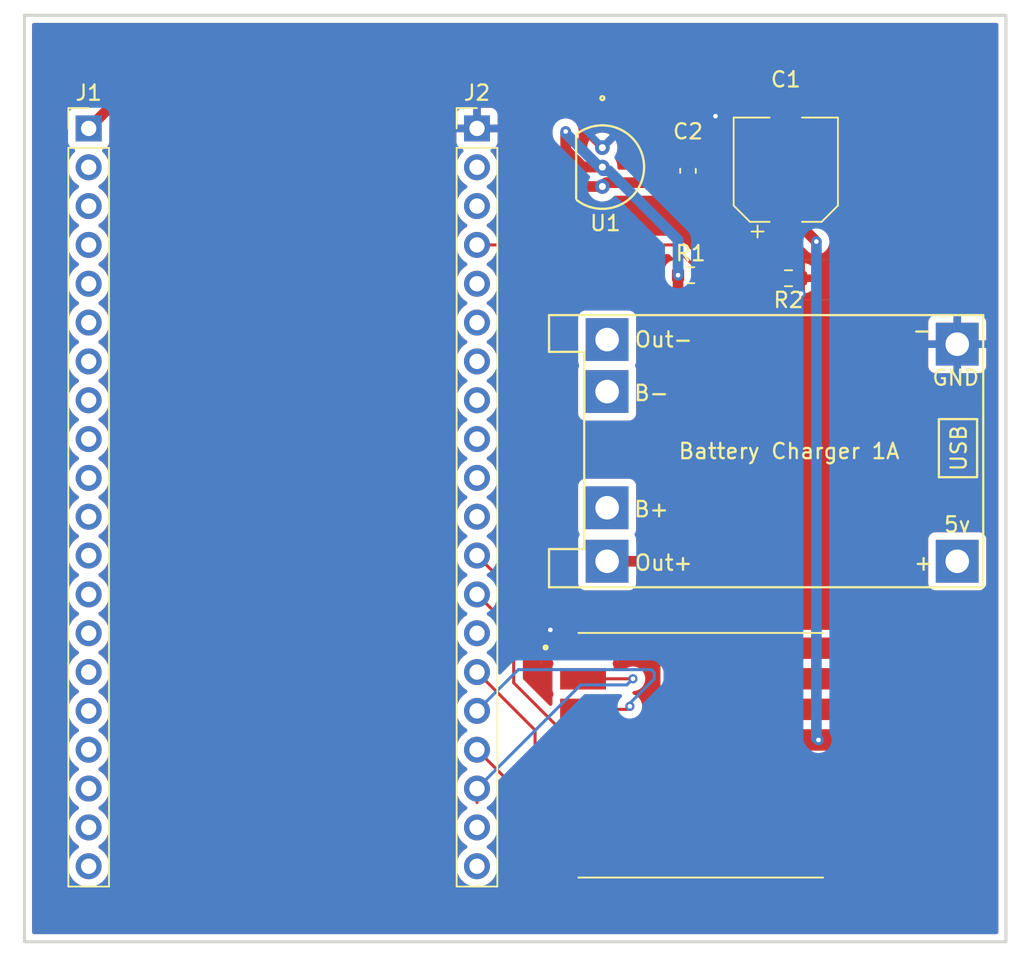
<source format=kicad_pcb>
(kicad_pcb (version 20240108) (generator "pcbnew") (generator_version "8.0")
  (layers (0 "F.Cu" signal) (31 "B.Cu" signal) (34 "B.Paste" user) (35 "F.Paste" user) (36 "B.SilkS" user "B.Silkscreen") (37 "F.SilkS" user "F.Silkscreen") (38 "B.Mask" user) (39 "F.Mask" user) (44 "Edge.Cuts" user))
  (net 0 "")
  (net 1 "/3V3")
  (net 2 "/GND")
  (net 3 "/GPIO7")
  (net 4 "/GPIO14")
  (net 5 "/GPIO18")
  (net 6 "/GPIO4")
  (net 7 "/GPIO9")
  (net 8 "/GPIO17")
  (net 9 "/GPIO11")
  (net 10 "/GPIO5")
  (net 11 "/RST")
  (net 12 "/GPIO6")
  (net 13 "/GPIO8")
  (net 14 "/GPIO13")
  (net 15 "/GPIO3")
  (net 16 "/GPIO46")
  (net 17 "/GPIO12")
  (net 18 "/GPIO10")
  (net 19 "/GPIO15")
  (net 20 "/GPIO16")
  (net 21 "/5V")
  (net 22 "/GPIO48")
  (net 23 "/GPIO35")
  (net 24 "/GPIO37")
  (net 25 "/GPIO36")
  (net 26 "/GPIO47")
  (net 27 "/GPIO44")
  (net 28 "/GPIO19")
  (net 29 "/GPIO2")
  (net 30 "/GPIO38")
  (net 31 "/GPIO42")
  (net 32 "/GPIO20")
  (net 33 "/GPIO40")
  (net 34 "/GPIO45")
  (net 35 "/GPIO1")
  (net 36 "/GPIO21")
  (net 37 "/GPIO41")
  (net 38 "/GPIO0")
  (net 39 "/GPIO39")
  (net 40 "/GPIO43")
  (net 41 "/OUT+")
  (footprint "Capacitor_SMD:CP_Elec_6.3x5.7" (layer "F.Cu") (at 121.8 78.9 90)
    (property "Reference" "C1" (at 5.9 0 180) (layer "F.SilkS"))
    (property "Value" "100u")
    (fp_line (start 3.41 -3.41) (end 3.41 -1.06) (stroke (width 0.12)) (layer "F.SilkS"))
    (fp_line (start -2.345563 -3.41) (end 3.41 -3.41) (stroke (width 0.12)) (layer "F.SilkS"))
    (fp_line (start -3.41 -2.345563) (end -2.345563 -3.41) (stroke (width 0.12)) (layer "F.SilkS"))
    (fp_line (start -3.41 -2.345563) (end -3.41 -1.06) (stroke (width 0.12)) (layer "F.SilkS"))
    (fp_line (start -4.04375 -2.24125) (end -4.04375 -1.45375) (stroke (width 0.12)) (layer "F.SilkS"))
    (fp_line (start -4.4375 -1.8475) (end -3.65 -1.8475) (stroke (width 0.12)) (layer "F.SilkS"))
    (fp_line (start -3.41 2.345563) (end -3.41 1.06) (stroke (width 0.12)) (layer "F.SilkS"))
    (fp_line (start -3.41 2.345563) (end -2.345563 3.41) (stroke (width 0.12)) (layer "F.SilkS"))
    (fp_line (start 3.41 3.41) (end 3.41 1.06) (stroke (width 0.12)) (layer "F.SilkS"))
    (fp_line (start -2.345563 3.41) (end 3.41 3.41) (stroke (width 0.12)) (layer "F.SilkS"))
    (pad "1" smd roundrect (at -2.7 0 90) (size 3.5 1.6) (layers "F.Cu" "F.Paste" "F.Mask") (roundrect_rratio 0.15625) (net 1 "/3V3"))
    (pad "2" smd roundrect (at 2.7 0 90) (size 3.5 1.6) (layers "F.Cu" "F.Paste" "F.Mask") (roundrect_rratio 0.15625) (net 2 "/GND"))
  )
  (footprint "Connector_PinHeader_2.54mm:PinHeader_1x20_P2.54mm_Vertical" (layer "F.Cu") (at 76.2 76.2)
    (property "Reference" "J1" (at 0 -2.33 0) (layer "F.SilkS"))
    (property "Value" "Conn_01x20_Socket" (hide yes))
    (fp_line (start -1.33 -1.33) (end 0 -1.33) (stroke (width 0.12)) (layer "F.SilkS"))
    (fp_line (start -1.33 0) (end -1.33 -1.33) (stroke (width 0.12)) (layer "F.SilkS"))
    (fp_line (start -1.33 1.27) (end -1.33 49.59) (stroke (width 0.12)) (layer "F.SilkS"))
    (fp_line (start -1.33 1.27) (end 1.33 1.27) (stroke (width 0.12)) (layer "F.SilkS"))
    (fp_line (start -1.33 49.59) (end 1.33 49.59) (stroke (width 0.12)) (layer "F.SilkS"))
    (fp_line (start 1.33 1.27) (end 1.33 49.59) (stroke (width 0.12)) (layer "F.SilkS"))
    (pad "1" thru_hole rect (at 0 0) (size 1.7 1.7) (drill 1) (layers "*.Cu" "*.Mask") (net 1 "/3V3"))
    (pad "2" thru_hole oval (at 0 2.54) (size 1.7 1.7) (drill 1) (layers "*.Cu" "*.Mask") (net 11 "/RST"))
    (pad "3" thru_hole oval (at 0 5.08) (size 1.7 1.7) (drill 1) (layers "*.Cu" "*.Mask") (net 6 "/GPIO4"))
    (pad "4" thru_hole oval (at 0 7.62) (size 1.7 1.7) (drill 1) (layers "*.Cu" "*.Mask") (net 10 "/GPIO5"))
    (pad "5" thru_hole oval (at 0 10.16) (size 1.7 1.7) (drill 1) (layers "*.Cu" "*.Mask") (net 12 "/GPIO6"))
    (pad "6" thru_hole oval (at 0 12.7) (size 1.7 1.7) (drill 1) (layers "*.Cu" "*.Mask") (net 3 "/GPIO7"))
    (pad "7" thru_hole oval (at 0 15.24) (size 1.7 1.7) (drill 1) (layers "*.Cu" "*.Mask") (net 19 "/GPIO15"))
    (pad "8" thru_hole oval (at 0 17.78) (size 1.7 1.7) (drill 1) (layers "*.Cu" "*.Mask") (net 20 "/GPIO16"))
    (pad "9" thru_hole oval (at 0 20.32) (size 1.7 1.7) (drill 1) (layers "*.Cu" "*.Mask") (net 8 "/GPIO17"))
    (pad "10" thru_hole oval (at 0 22.86) (size 1.7 1.7) (drill 1) (layers "*.Cu" "*.Mask") (net 5 "/GPIO18"))
    (pad "11" thru_hole oval (at 0 25.4) (size 1.7 1.7) (drill 1) (layers "*.Cu" "*.Mask") (net 13 "/GPIO8"))
    (pad "12" thru_hole oval (at 0 27.94) (size 1.7 1.7) (drill 1) (layers "*.Cu" "*.Mask") (net 15 "/GPIO3"))
    (pad "13" thru_hole oval (at 0 30.48) (size 1.7 1.7) (drill 1) (layers "*.Cu" "*.Mask") (net 16 "/GPIO46"))
    (pad "14" thru_hole oval (at 0 33.02) (size 1.7 1.7) (drill 1) (layers "*.Cu" "*.Mask") (net 7 "/GPIO9"))
    (pad "15" thru_hole oval (at 0 35.56) (size 1.7 1.7) (drill 1) (layers "*.Cu" "*.Mask") (net 18 "/GPIO10"))
    (pad "16" thru_hole oval (at 0 38.1) (size 1.7 1.7) (drill 1) (layers "*.Cu" "*.Mask") (net 9 "/GPIO11"))
    (pad "17" thru_hole oval (at 0 40.64) (size 1.7 1.7) (drill 1) (layers "*.Cu" "*.Mask") (net 17 "/GPIO12"))
    (pad "18" thru_hole oval (at 0 43.18) (size 1.7 1.7) (drill 1) (layers "*.Cu" "*.Mask") (net 14 "/GPIO13"))
    (pad "19" thru_hole oval (at 0 45.72) (size 1.7 1.7) (drill 1) (layers "*.Cu" "*.Mask") (net 4 "/GPIO14"))
    (pad "20" thru_hole oval (at 0 48.26) (size 1.7 1.7) (drill 1) (layers "*.Cu" "*.Mask") (net 21 "/5V"))
  )
  (footprint "RFM95W_915S2-2:XCVR_RFM95W-915S2" (layer "F.Cu") (at 116.2375 117.2)
    (property "Reference" "U2" (hide yes))
    (property "Value" "RFM95W-915S2")
    (fp_line (start -8 -8) (end 8 -8) (stroke (width 0.127)) (layer "F.SilkS"))
    (fp_line (start -8 8) (end 8 8) (stroke (width 0.127)) (layer "F.SilkS"))
    (fp_circle (center -10.15 -7.05) (end -10.05 -7.05) (stroke (width 0.2)) (fill none) (layer "F.SilkS"))
    (pad "1" smd rect (at -7.7 -7) (size 3 1.4) (layers "F.Cu" "F.Paste" "F.Mask") (net 2 "/GND"))
    (pad "2" smd rect (at -7.7 -5) (size 3 1.4) (layers "F.Cu" "F.Paste" "F.Mask") (net 35 "/GPIO1"))
    (pad "3" smd rect (at -7.7 -3) (size 3 1.4) (layers "F.Cu" "F.Paste" "F.Mask") (net 31 "/GPIO42"))
    (pad "4" smd rect (at -7.7 -1) (size 3 1.4) (layers "F.Cu" "F.Paste" "F.Mask") (net 39 "/GPIO39"))
    (pad "5" smd rect (at -7.7 1) (size 3 1.4) (layers "F.Cu" "F.Paste" "F.Mask") (net 30 "/GPIO38"))
    (pad "6" smd rect (at -7.7 3) (size 3 1.4) (layers "F.Cu" "F.Paste" "F.Mask") (net 37 "/GPIO41"))
    (pad "7" smd rect (at -7.7 5) (size 3 1.4) (layers "F.Cu" "F.Paste" "F.Mask"))
    (pad "8" smd rect (at -7.7 7) (size 3 1.4) (layers "F.Cu" "F.Paste" "F.Mask"))
    (pad "9" smd rect (at 7.7 7) (size 3 1.4) (layers "F.Cu" "F.Paste" "F.Mask"))
    (pad "10" smd rect (at 7.7 5) (size 3 1.4) (layers "F.Cu" "F.Paste" "F.Mask"))
    (pad "11" smd rect (at 7.7 3) (size 3 1.4) (layers "F.Cu" "F.Paste" "F.Mask"))
    (pad "12" smd rect (at 7.7 1) (size 3 1.4) (layers "F.Cu" "F.Paste" "F.Mask"))
    (pad "13" smd rect (at 7.7 -1) (size 3 1.4) (layers "F.Cu" "F.Paste" "F.Mask") (net 1 "/3V3"))
    (pad "14" smd rect (at 7.7 -3) (size 3 1.4) (layers "F.Cu" "F.Paste" "F.Mask") (net 29 "/GPIO2"))
    (pad "15" smd rect (at 7.7 -5) (size 3 1.4) (layers "F.Cu" "F.Paste" "F.Mask"))
    (pad "16" smd rect (at 7.7 -7) (size 3 1.4) (layers "F.Cu" "F.Paste" "F.Mask"))
  )
  (footprint "footprints:TO-92_MC_MCH" (layer "F.Cu") (at 109.8 77.46 -90)
    (property "Reference" "U1" (at 4.94 -0.2 0) (layer "F.SilkS"))
    (property "Value" "MCP1700-3302ETO" (hide yes))
    (fp_line (start -0.793506 1.7145) (end 3.333506 1.7145) (stroke (width 0.1524)) (layer "F.SilkS"))
    (fp_arc (start -0.894167 1.664936) (mid 0.39069 -2.585042) (end 4.0005 0) (stroke (width 0.1524)) (layer "F.SilkS"))
    (fp_arc (start 4.0005 0.000001) (mid 3.855041 0.879313) (end 3.434164 1.66494) (stroke (width 0.1524)) (layer "F.SilkS"))
    (fp_circle (center -3.2385 0) (end -3.1115 0) (stroke (width 0.1524)) (fill none) (layer "F.SilkS"))
    (pad "1" thru_hole circle (at 0 0 270) (size 0.9652 0.9652) (drill 0.4572) (layers "*.Cu" "*.Mask") (net 2 "/GND"))
    (pad "2" thru_hole circle (at 1.27 0 270) (size 0.9652 0.9652) (drill 0.4572) (layers "*.Cu" "*.Mask") (net 41 "/OUT+"))
    (pad "3" thru_hole circle (at 2.54 0 270) (size 0.9652 0.9652) (drill 0.4572) (layers "*.Cu" "*.Mask") (net 1 "/3V3"))
  )
  (footprint "Resistor_SMD:R_0603_1608Metric" (layer "F.Cu") (at 121.975 86 180)
    (property "Reference" "R2" (at 0 -1.43 180) (layer "F.SilkS"))
    (property "Value" "100k")
    (fp_line (start -0.237258 0.5225) (end 0.237258 0.5225) (stroke (width 0.12)) (layer "F.SilkS"))
    (fp_line (start -0.237258 -0.5225) (end 0.237258 -0.5225) (stroke (width 0.12)) (layer "F.SilkS"))
    (pad "1" smd roundrect (at -0.825 0 180) (size 0.8 0.95) (layers "F.Cu" "F.Paste" "F.Mask") (net 2 "/GND"))
    (pad "2" smd roundrect (at 0.825 0 180) (size 0.8 0.95) (layers "F.Cu" "F.Paste" "F.Mask") (net 36 "/GPIO21"))
  )
  (footprint "Resistor_SMD:R_0603_1608Metric" (layer "F.Cu") (at 115.575 85.8)
    (property "Reference" "R1" (at 0 -1.43 0) (layer "F.SilkS"))
    (property "Value" "27k")
    (fp_line (start -0.237258 -0.5225) (end 0.237258 -0.5225) (stroke (width 0.12)) (layer "F.SilkS"))
    (fp_line (start -0.237258 0.5225) (end 0.237258 0.5225) (stroke (width 0.12)) (layer "F.SilkS"))
    (pad "1" smd roundrect (at -0.825 0) (size 0.8 0.95) (layers "F.Cu" "F.Paste" "F.Mask") (net 41 "/OUT+"))
    (pad "2" smd roundrect (at 0.825 0) (size 0.8 0.95) (layers "F.Cu" "F.Paste" "F.Mask") (net 36 "/GPIO21"))
  )
  (footprint "Connector_PinHeader_2.54mm:PinHeader_1x20_P2.54mm_Vertical" (layer "F.Cu") (at 101.6 76.2)
    (property "Reference" "J2" (at 0 -2.33 0) (layer "F.SilkS"))
    (property "Value" "Conn_01x20_Socket" (hide yes))
    (fp_line (start -1.33 -1.33) (end 0 -1.33) (stroke (width 0.12)) (layer "F.SilkS"))
    (fp_line (start -1.33 0) (end -1.33 -1.33) (stroke (width 0.12)) (layer "F.SilkS"))
    (fp_line (start -1.33 1.27) (end -1.33 49.59) (stroke (width 0.12)) (layer "F.SilkS"))
    (fp_line (start -1.33 1.27) (end 1.33 1.27) (stroke (width 0.12)) (layer "F.SilkS"))
    (fp_line (start -1.33 49.59) (end 1.33 49.59) (stroke (width 0.12)) (layer "F.SilkS"))
    (fp_line (start 1.33 1.27) (end 1.33 49.59) (stroke (width 0.12)) (layer "F.SilkS"))
    (pad "1" thru_hole rect (at 0 0) (size 1.7 1.7) (drill 1) (layers "*.Cu" "*.Mask") (net 2 "/GND"))
    (pad "2" thru_hole oval (at 0 2.54) (size 1.7 1.7) (drill 1) (layers "*.Cu" "*.Mask") (net 28 "/GPIO19"))
    (pad "3" thru_hole oval (at 0 5.08) (size 1.7 1.7) (drill 1) (layers "*.Cu" "*.Mask") (net 32 "/GPIO20"))
    (pad "4" thru_hole oval (at 0 7.62) (size 1.7 1.7) (drill 1) (layers "*.Cu" "*.Mask") (net 36 "/GPIO21"))
    (pad "5" thru_hole oval (at 0 10.16) (size 1.7 1.7) (drill 1) (layers "*.Cu" "*.Mask") (net 26 "/GPIO47"))
    (pad "6" thru_hole oval (at 0 12.7) (size 1.7 1.7) (drill 1) (layers "*.Cu" "*.Mask") (net 22 "/GPIO48"))
    (pad "7" thru_hole oval (at 0 15.24) (size 1.7 1.7) (drill 1) (layers "*.Cu" "*.Mask") (net 34 "/GPIO45"))
    (pad "8" thru_hole oval (at 0 17.78) (size 1.7 1.7) (drill 1) (layers "*.Cu" "*.Mask") (net 38 "/GPIO0"))
    (pad "9" thru_hole oval (at 0 20.32) (size 1.7 1.7) (drill 1) (layers "*.Cu" "*.Mask") (net 23 "/GPIO35"))
    (pad "10" thru_hole oval (at 0 22.86) (size 1.7 1.7) (drill 1) (layers "*.Cu" "*.Mask") (net 25 "/GPIO36"))
    (pad "11" thru_hole oval (at 0 25.4) (size 1.7 1.7) (drill 1) (layers "*.Cu" "*.Mask") (net 24 "/GPIO37"))
    (pad "12" thru_hole oval (at 0 27.94) (size 1.7 1.7) (drill 1) (layers "*.Cu" "*.Mask") (net 30 "/GPIO38"))
    (pad "13" thru_hole oval (at 0 30.48) (size 1.7 1.7) (drill 1) (layers "*.Cu" "*.Mask") (net 39 "/GPIO39"))
    (pad "14" thru_hole oval (at 0 33.02) (size 1.7 1.7) (drill 1) (layers "*.Cu" "*.Mask") (net 33 "/GPIO40"))
    (pad "15" thru_hole oval (at 0 35.56) (size 1.7 1.7) (drill 1) (layers "*.Cu" "*.Mask") (net 37 "/GPIO41"))
    (pad "16" thru_hole oval (at 0 38.1) (size 1.7 1.7) (drill 1) (layers "*.Cu" "*.Mask") (net 31 "/GPIO42"))
    (pad "17" thru_hole oval (at 0 40.64) (size 1.7 1.7) (drill 1) (layers "*.Cu" "*.Mask") (net 29 "/GPIO2"))
    (pad "18" thru_hole oval (at 0 43.18) (size 1.7 1.7) (drill 1) (layers "*.Cu" "*.Mask") (net 35 "/GPIO1"))
    (pad "19" thru_hole oval (at 0 45.72) (size 1.7 1.7) (drill 1) (layers "*.Cu" "*.Mask") (net 27 "/GPIO44"))
    (pad "20" thru_hole oval (at 0 48.26) (size 1.7 1.7) (drill 1) (layers "*.Cu" "*.Mask") (net 40 "/GPIO43"))
  )
  (footprint "TP4056-18650-master:TP4056-18650" (layer "F.Cu") (at 134.7125 106.2125 180)
    (property "Reference" "U3" (hide yes))
    (property "Value" "~")
    (fp_line (start 28.4 17.8) (end 0 17.8) (stroke (width 0.15)) (layer "F.SilkS"))
    (fp_line (start 28.4 15.7) (end 28.4 17.8) (stroke (width 0.15)) (layer "F.SilkS"))
    (fp_line (start 28.4 15.4) (end 28.4 15.7) (stroke (width 0.15)) (layer "F.SilkS"))
    (fp_line (start 28.4 2.5) (end 26.1 2.5) (stroke (width 0.15)) (layer "F.SilkS"))
    (fp_line (start 28.4 0) (end 28.4 2.5) (stroke (width 0.15)) (layer "F.SilkS"))
    (fp_line (start 26.3 15.4) (end 28.4 15.4) (stroke (width 0.15)) (layer "F.SilkS"))
    (fp_line (start 26.3 0) (end 28.4 0) (stroke (width 0.15)) (layer "F.SilkS"))
    (fp_line (start 26.1 15.4) (end 26.4 15.4) (stroke (width 0.15)) (layer "F.SilkS"))
    (fp_line (start 26.1 2.5) (end 26.1 15.4) (stroke (width 0.15)) (layer "F.SilkS"))
    (fp_line (start 2.9 11) (end 0.4 11) (stroke (width 0.15)) (layer "F.SilkS"))
    (fp_line (start 2.9 7.2) (end 2.9 11) (stroke (width 0.15)) (layer "F.SilkS"))
    (fp_line (start 0.4 11) (end 0.4 7.3) (stroke (width 0.15)) (layer "F.SilkS"))
    (fp_line (start 0.4 7.2) (end 2.9 7.2) (stroke (width 0.15)) (layer "F.SilkS"))
    (fp_line (start 0 17.8) (end 0 0) (stroke (width 0.15)) (layer "F.SilkS"))
    (fp_line (start 0 0) (end 26.3 0) (stroke (width 0.15)) (layer "F.SilkS"))
    (fp_text user "B+" (at 21.7 5.1 0) (layer "F.SilkS"))
    (fp_text user "USB" (at 1.6 9.1 90) (layer "F.SilkS"))
    (fp_text user "+" (at 3.9 1.6 0) (layer "F.SilkS"))
    (fp_text user "-" (at 4 16.8 0) (layer "F.SilkS"))
    (fp_text user "Out+" (at 20.9 1.6 0) (layer "F.SilkS"))
    (fp_text user "Battery Charger 1A" (at 12.7 8.9 0) (layer "F.SilkS"))
    (fp_text user "5v" (at 1.7 4.1 0) (layer "F.SilkS"))
    (fp_text user "GND" (at 1.8 13.7 0) (layer "F.SilkS"))
    (fp_text user "B-" (at 21.7 12.7 0) (layer "F.SilkS"))
    (fp_text user "Out-" (at 20.9 16.2 0) (layer "F.SilkS"))
    (pad "1" thru_hole rect (at 1.7 1.7 180) (size 2.8 2.8) (drill 1.54) (layers "*.Cu" "*.Mask"))
    (pad "2" thru_hole rect (at 1.7 15.9 180) (size 2.8 2.8) (drill 1.54) (layers "*.Cu" "*.Mask") (net 2 "/GND"))
    (pad "3" thru_hole rect (at 24.6 1.7 180) (size 2.8 2.8) (drill 1.54) (layers "*.Cu" "*.Mask") (net 41 "/OUT+"))
    (pad "4" thru_hole rect (at 24.6 16.2 180) (size 2.8 2.8) (drill 1.54) (layers "*.Cu" "*.Mask"))
    (pad "5" thru_hole rect (at 24.6 5.2 180) (size 2.8 2.8) (drill 1.54) (layers "*.Cu" "*.Mask"))
    (pad "6" thru_hole rect (at 24.6 12.8 180) (size 2.8 2.8) (drill 1.54) (layers "*.Cu" "*.Mask"))
  )
  (footprint "Capacitor_SMD:C_0603_1608Metric" (layer "F.Cu") (at 115.4 78.975 90)
    (property "Reference" "C2" (at 2.575 0 180) (layer "F.SilkS"))
    (property "Value" "100n")
    (fp_line (start -0.14058 -0.51) (end 0.14058 -0.51) (stroke (width 0.12)) (layer "F.SilkS"))
    (fp_line (start -0.14058 0.51) (end 0.14058 0.51) (stroke (width 0.12)) (layer "F.SilkS"))
    (pad "1" smd roundrect (at -0.775 0 90) (size 0.9 0.95) (layers "F.Cu" "F.Paste" "F.Mask") (net 1 "/3V3"))
    (pad "2" smd roundrect (at 0.775 0 90) (size 0.9 0.95) (layers "F.Cu" "F.Paste" "F.Mask") (net 2 "/GND"))
  )
  (gr_rect (start 72 68.8) (end 136.2 129.4) (stroke (width 0.2)) (fill none) (layer "Edge.Cuts"))
  (segment (start 105.6 77.4) (end 105.6 71.2) (width 0.7) (layer "F.Cu") (net 1))
  (segment (start 121.8 81.6) (end 123.8 83.6) (width 0.7) (layer "F.Cu") (net 1))
  (segment (start 110.05 79.75) (end 109.8 80) (width 0.7) (layer "F.Cu") (net 1))
  (segment (start 109.8 80) (end 108.2 80) (width 0.7) (layer "F.Cu") (net 1))
  (segment (start 105.6 71.2) (end 81.2 71.2) (width 0.7) (layer "F.Cu") (net 1))
  (segment (start 115.4 79.75) (end 119.95 79.75) (width 0.7) (layer "F.Cu") (net 1))
  (segment (start 81.2 71.2) (end 76.2 76.2) (width 0.7) (layer "F.Cu") (net 1))
  (segment (start 119.95 79.75) (end 121.8 81.6) (width 0.7) (layer "F.Cu") (net 1))
  (segment (start 115.4 79.75) (end 110.05 79.75) (width 0.7) (layer "F.Cu") (net 1))
  (segment (start 108.2 80) (end 105.6 77.4) (width 0.7) (layer "F.Cu") (net 1))
  (via (at 123.9375 116.2) (size 0.6) (drill 0.3) (layers "F.Cu" "B.Cu") (net 1))
  (via (at 123.8 83.6) (size 0.6) (drill 0.3) (layers "F.Cu" "B.Cu") (net 1))
  (segment (start 123.8 116.0625) (end 123.9375 116.2) (width 0.7) (layer "B.Cu") (net 1))
  (segment (start 123.8 83.6) (end 123.8 116.0625) (width 0.7) (layer "B.Cu") (net 1))
  (segment (start 133.0125 90.3125) (end 133.0125 90.8875) (width 0.2) (layer "F.Cu") (net 2))
  (segment (start 121.8 76.2) (end 122.2 76.6) (width 0.7) (layer "F.Cu") (net 2))
  (via (at 122.8 87) (size 0.6) (drill 0.3) (layers "F.Cu" "B.Cu") (net 2))
  (via (at 117.2 75.4) (size 0.6) (drill 0.3) (layers "F.Cu" "B.Cu") (net 2))
  (via (at 106.4 109) (size 0.6) (drill 0.3) (layers "F.Cu" "B.Cu") (net 2))
  (segment (start 102.2 76.2) (end 101.6 76.2) (width 0.7) (layer "B.Cu") (net 2))
  (segment (start 105.6 126.8) (end 105.6 120.84) (width 0.2) (layer "F.Cu") (net 29))
  (segment (start 109.6 126.8) (end 105.6 126.8) (width 0.2) (layer "F.Cu") (net 29))
  (segment (start 122.2 114.2) (end 109.6 126.8) (width 0.2) (layer "F.Cu") (net 29))
  (segment (start 123.9375 114.2) (end 122.2 114.2) (width 0.2) (layer "F.Cu") (net 29))
  (segment (start 105.6 120.84) (end 101.6 116.84) (width 0.2) (layer "F.Cu") (net 29))
  (segment (start 114.2 107.4) (end 104.86 107.4) (width 0.2) (layer "F.Cu") (net 30))
  (segment (start 108.5375 118.2) (end 110.8 118.2) (width 0.2) (layer "F.Cu") (net 30))
  (segment (start 110.8 118.2) (end 114.2 114.8) (width 0.2) (layer "F.Cu") (net 30))
  (segment (start 104.86 107.4) (end 101.6 104.14) (width 0.2) (layer "F.Cu") (net 30))
  (segment (start 114.2 114.8) (end 114.2 107.4) (width 0.2) (layer "F.Cu") (net 30))
  (segment (start 111.4 114.2) (end 111.6 114) (width 0.2) (layer "F.Cu") (net 31))
  (segment (start 101.6 114.3) (end 101.6 114.5) (width 0.2) (layer "F.Cu") (net 31))
  (segment (start 108.5375 114.2) (end 111.4 114.2) (width 0.2) (layer "F.Cu") (net 31))
  (via (at 111.6 114) (size 0.6) (drill 0.3) (layers "F.Cu" "B.Cu") (net 31))
  (segment (start 113.2 111.8) (end 113 111.6) (width 0.2) (layer "B.Cu") (net 31))
  (segment (start 113.2 112.2) (end 113.2 111.8) (width 0.2) (layer "B.Cu") (net 31))
  (segment (start 111.6 113.8) (end 113.2 112.2) (width 0.2) (layer "B.Cu") (net 31))
  (segment (start 113 111.6) (end 104.3 111.6) (width 0.2) (layer "B.Cu") (net 31))
  (segment (start 111.6 114) (end 111.6 113.8) (width 0.2) (layer "B.Cu") (net 31))
  (segment (start 104.3 111.6) (end 101.6 114.3) (width 0.2) (layer "B.Cu") (net 31))
  (segment (start 101.6 119.38) (end 101.6 120.293654) (width 0.2) (layer "F.Cu") (net 35))
  (segment (start 108.5375 112.2) (end 108.6 112.2) (width 0.2) (layer "F.Cu") (net 35))
  (segment (start 108.6 112.2) (end 111.8 112.2) (width 0.2) (layer "F.Cu") (net 35))
  (via (at 111.8 112.2) (size 0.6) (drill 0.3) (layers "F.Cu" "B.Cu") (net 35))
  (segment (start 108.38 112.6) (end 101.6 119.38) (width 0.2) (layer "B.Cu") (net 35))
  (segment (start 111.4 112.6) (end 108.38 112.6) (width 0.2) (layer "B.Cu") (net 35))
  (segment (start 111.8 112.2) (end 111.4 112.6) (width 0.2) (layer "B.Cu") (net 35))
  (segment (start 114.42 83.82) (end 101.6 83.82) (width 0.2) (layer "F.Cu") (net 36))
  (segment (start 120.95 85.8) (end 121.15 86) (width 0.2) (layer "F.Cu") (net 36))
  (segment (start 116.4 85.8) (end 114.42 83.82) (width 0.2) (layer "F.Cu") (net 36))
  (segment (start 116.4 85.8) (end 120.95 85.8) (width 0.2) (layer "F.Cu") (net 36))
  (segment (start 105.4 115.56) (end 101.6 111.76) (width 0.2) (layer "F.Cu") (net 37))
  (segment (start 107.7375 120.2) (end 105.4 117.8625) (width 0.2) (layer "F.Cu") (net 37))
  (segment (start 105.4 117.8625) (end 105.4 115.56) (width 0.2) (layer "F.Cu") (net 37))
  (segment (start 108.5375 120.2) (end 107.7375 120.2) (width 0.2) (layer "F.Cu") (net 37))
  (segment (start 104 109.08) (end 104 112.4625) (width 0.2) (layer "F.Cu") (net 39))
  (segment (start 104 112.4625) (end 107.7375 116.2) (width 0.2) (layer "F.Cu") (net 39))
  (segment (start 107.7375 116.2) (end 108.5375 116.2) (width 0.2) (layer "F.Cu") (net 39))
  (segment (start 101.6 106.68) (end 101.6 106.6) (width 0.2) (layer "F.Cu") (net 39))
  (segment (start 101.6 106.68) (end 104 109.08) (width 0.2) (layer "F.Cu") (net 39))
  (segment (start 107.4 77.6) (end 107.4 76.4) (width 0.7) (layer "F.Cu") (net 41))
  (segment (start 112.2125 104.5125) (end 110.1125 104.5125) (width 0.7) (layer "F.Cu") (net 41))
  (segment (start 114.75 85.8) (end 114.75 101.975) (width 0.7) (layer "F.Cu") (net 41))
  (segment (start 114.75 101.975) (end 112.2125 104.5125) (width 0.7) (layer "F.Cu") (net 41))
  (segment (start 108.53 78.73) (end 107.4 77.6) (width 0.7) (layer "F.Cu") (net 41))
  (segment (start 109.8 78.73) (end 108.53 78.73) (width 0.7) (layer "F.Cu") (net 41))
  (segment (start 110.1125 104.5125) (end 110.1125 104.4125) (width 0.2) (layer "F.Cu") (net 41))
  (via (at 114.75 85.8) (size 0.6) (drill 0.3) (layers "F.Cu" "B.Cu") (net 41))
  (via (at 107.4 76.4) (size 0.6) (drill 0.3) (layers "F.Cu" "B.Cu") (net 41))
  (segment (start 107.4 76.520317) (end 109.847083 78.9674) (width 0.7) (layer "B.Cu") (net 41))
  (segment (start 107.4 76.4) (end 107.4 76.520317) (width 0.7) (layer "B.Cu") (net 41))
  (segment (start 114.75 83.489683) (end 114.75 85.8) (width 0.7) (layer "B.Cu") (net 41))
  (segment (start 110.227717 78.9674) (end 114.75 83.489683) (width 0.7) (layer "B.Cu") (net 41))
  (segment (start 109.847083 78.9674) (end 110.227717 78.9674) (width 0.7) (layer "B.Cu") (net 41))
  (zone (net 2) (net_name "/GND") (layer "F.Cu") (priority 1) (connect_pads (clearance 0.5)) (min_thickness 0.25) (fill yes (thermal_gap 0.5) (thermal_bridge_width 0.5) (island_removal_mode 1) (island_area_min 10))
    (polygon (pts (xy 123.8 73.6) (xy 113.6 73.6) (xy 113.8 79) (xy 124 79)))
  )
  (zone (net 2) (net_name "/GND") (layer "F.Cu") (priority 2) (connect_pads (clearance 0.5)) (min_thickness 0.25) (fill yes (thermal_gap 0.5) (thermal_bridge_width 0.5) (island_removal_mode 1) (island_area_min 10))
    (polygon (pts (xy 110.8 108.4) (xy 105.8 108.4) (xy 105.8 111.2) (xy 110.8 111.2)))
  )
  (zone (net 2) (net_name "/GND") (layer "F.Cu") (priority 3) (connect_pads (clearance 0.5)) (min_thickness 0.25) (fill yes (thermal_gap 0.5) (thermal_bridge_width 0.5) (island_removal_mode 1) (island_area_min 10))
    (polygon (pts (xy 122.2 84.8) (xy 122.2 87.4) (xy 124.8 87.4) (xy 124.8 84.8)))
  )
  (zone (net 2) (net_name "/GND") (layers "F&B.Cu") (connect_pads (clearance 0.5)) (min_thickness 0.25) (fill yes (thermal_gap 0.5) (thermal_bridge_width 0.5))
    (polygon (pts (xy 137 130.8) (xy 137.4 68) (xy 70.4 67.8) (xy 70.6 130.2)))
  )
)
</source>
